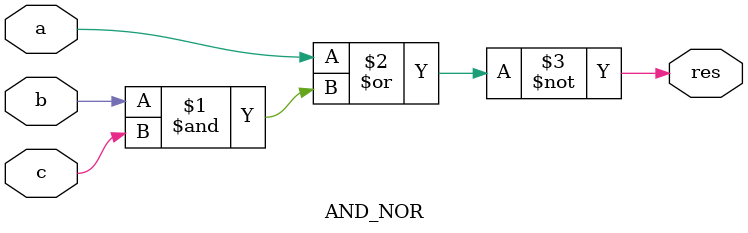
<source format=sv>
module AND_NOR
    (
        input logic a, b, c,
        output logic res
    );

    assign res = ~(a | (b & c));

endmodule
</source>
